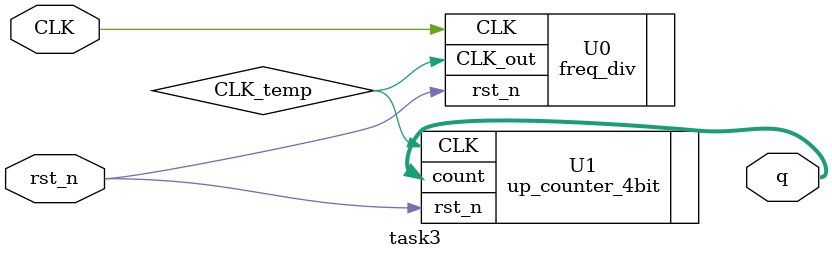
<source format=v>
`timescale 1ns / 1ps
module task3(
    input CLK,
    input rst_n,
    output [3:0]q
    );
    wire CLK_temp;
    freq_div U0(.CLK(CLK), .rst_n(rst_n), .CLK_out(CLK_temp));
    up_counter_4bit U1(.CLK(CLK_temp), .rst_n(rst_n), .count(q));
endmodule


</source>
